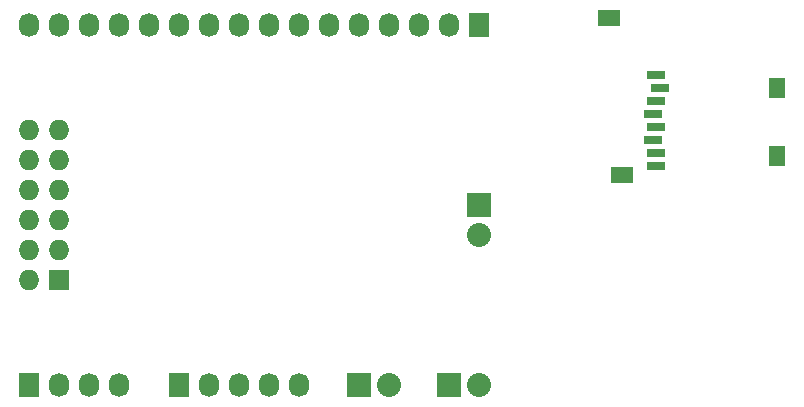
<source format=gbr>
G04 #@! TF.FileFunction,Soldermask,Bot*
%FSLAX46Y46*%
G04 Gerber Fmt 4.6, Leading zero omitted, Abs format (unit mm)*
G04 Created by KiCad (PCBNEW 4.0.0-rc2-stable) date 4/29/2016 3:08:47 PM*
%MOMM*%
G01*
G04 APERTURE LIST*
%ADD10C,0.100000*%
%ADD11R,1.727200X1.727200*%
%ADD12O,1.727200X1.727200*%
%ADD13R,1.727200X2.032000*%
%ADD14O,1.727200X2.032000*%
%ADD15R,2.032000X2.032000*%
%ADD16O,2.032000X2.032000*%
%ADD17R,1.501140X0.749300*%
%ADD18R,1.899920X1.399540*%
%ADD19R,1.399540X1.800860*%
G04 APERTURE END LIST*
D10*
D11*
X118490000Y-104520000D03*
D12*
X115950000Y-104520000D03*
X118490000Y-101980000D03*
X115950000Y-101980000D03*
X118490000Y-99440000D03*
X115950000Y-99440000D03*
X118490000Y-96900000D03*
X115950000Y-96900000D03*
X118490000Y-94360000D03*
X115950000Y-94360000D03*
X118490000Y-91820000D03*
X115950000Y-91820000D03*
D13*
X154050000Y-82930000D03*
D14*
X151510000Y-82930000D03*
X148970000Y-82930000D03*
X146430000Y-82930000D03*
X143890000Y-82930000D03*
X141350000Y-82930000D03*
X138810000Y-82930000D03*
X136270000Y-82930000D03*
X133730000Y-82930000D03*
X131190000Y-82930000D03*
X128650000Y-82930000D03*
X126110000Y-82930000D03*
X123570000Y-82930000D03*
X121030000Y-82930000D03*
X118490000Y-82930000D03*
X115950000Y-82930000D03*
D13*
X128650000Y-113410000D03*
D14*
X131190000Y-113410000D03*
X133730000Y-113410000D03*
X136270000Y-113410000D03*
X138810000Y-113410000D03*
D13*
X115950000Y-113410000D03*
D14*
X118490000Y-113410000D03*
X121030000Y-113410000D03*
X123570000Y-113410000D03*
D15*
X151510000Y-113410000D03*
D16*
X154050000Y-113410000D03*
D15*
X143890000Y-113410000D03*
D16*
X146430000Y-113410000D03*
D15*
X154050000Y-98170000D03*
D16*
X154050000Y-100710000D03*
D17*
X168970000Y-93768920D03*
X168970000Y-94868740D03*
X168769340Y-92669100D03*
X168970000Y-91569280D03*
X168970000Y-87170000D03*
X169368780Y-88269820D03*
X168970000Y-89369640D03*
X168769340Y-90469460D03*
D18*
X166120120Y-95569780D03*
X165020300Y-82321140D03*
D19*
X179269700Y-94020380D03*
X179269700Y-88219020D03*
M02*

</source>
